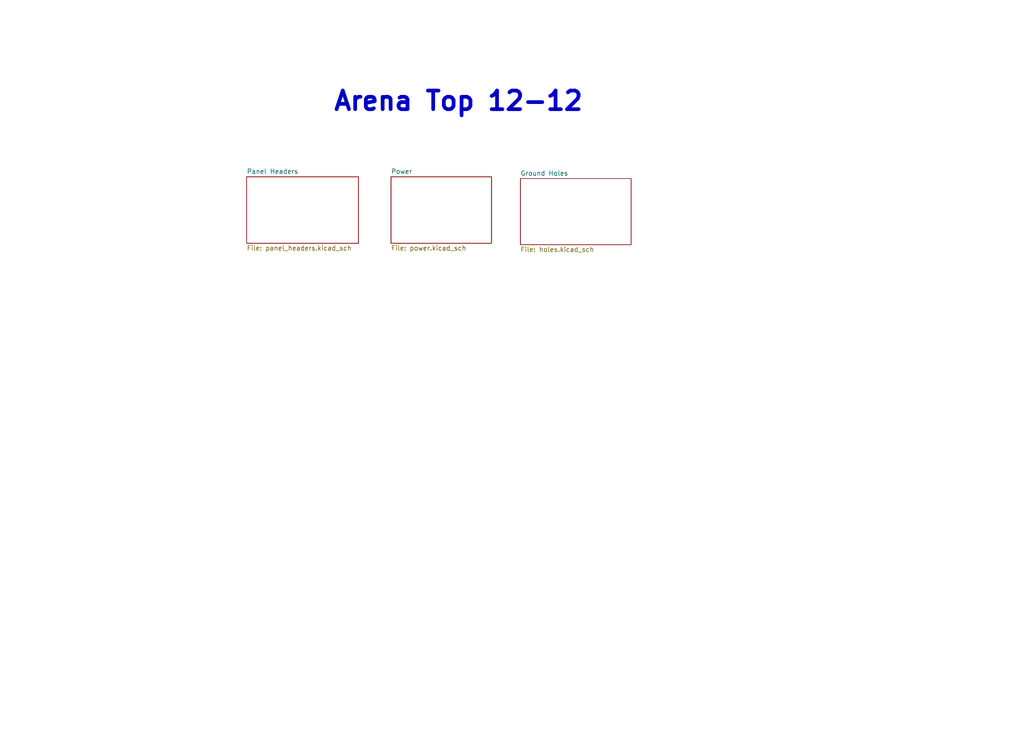
<source format=kicad_sch>
(kicad_sch
	(version 20250114)
	(generator "eeschema")
	(generator_version "9.0")
	(uuid "a2511654-3a17-43f1-8b9e-c45e375533dc")
	(paper "User" 279.4 203.2)
	(title_block
		(title "Arena 12-12 top :: Modular LED Display")
		(date "2025-07-25")
		(rev "v11.4.3")
		(company "IORodeo for Reiserlab @ Janelia")
	)
	(lib_symbols)
	(text "Arena Top 12-12"
		(exclude_from_sim no)
		(at 90.678 30.734 0)
		(effects
			(font
				(size 5.08 5.08)
				(thickness 1.016)
				(bold yes)
			)
			(justify left bottom)
		)
		(uuid "5a21ad0e-00ff-4028-aa06-98e7a7edcffd")
	)
	(sheet
		(at 106.68 48.26)
		(size 27.432 18.161)
		(exclude_from_sim no)
		(in_bom yes)
		(on_board yes)
		(dnp no)
		(fields_autoplaced yes)
		(stroke
			(width 0.1524)
			(type solid)
		)
		(fill
			(color 0 0 0 0.0000)
		)
		(uuid "17861c68-32c3-4000-8a50-4f303c28fa47")
		(property "Sheetname" "Power"
			(at 106.68 47.5484 0)
			(effects
				(font
					(size 1.27 1.27)
				)
				(justify left bottom)
			)
		)
		(property "Sheetfile" "power.kicad_sch"
			(at 106.68 67.0056 0)
			(effects
				(font
					(size 1.27 1.27)
				)
				(justify left top)
			)
		)
		(instances
			(project "arena_12-12_v11_top"
				(path "/a2511654-3a17-43f1-8b9e-c45e375533dc"
					(page "3")
				)
			)
		)
	)
	(sheet
		(at 141.986 48.768)
		(size 30.226 18.034)
		(exclude_from_sim no)
		(in_bom yes)
		(on_board yes)
		(dnp no)
		(fields_autoplaced yes)
		(stroke
			(width 0.1524)
			(type solid)
		)
		(fill
			(color 0 0 0 0.0000)
		)
		(uuid "24a22302-295f-4a79-8162-dc1243f756aa")
		(property "Sheetname" "Ground Holes"
			(at 141.986 48.0564 0)
			(effects
				(font
					(size 1.27 1.27)
				)
				(justify left bottom)
			)
		)
		(property "Sheetfile" "holes.kicad_sch"
			(at 141.986 67.3866 0)
			(effects
				(font
					(size 1.27 1.27)
				)
				(justify left top)
			)
		)
		(instances
			(project "arena_12-12_v11_top"
				(path "/a2511654-3a17-43f1-8b9e-c45e375533dc"
					(page "4")
				)
			)
		)
	)
	(sheet
		(at 67.31 48.26)
		(size 30.48 18.161)
		(exclude_from_sim no)
		(in_bom yes)
		(on_board yes)
		(dnp no)
		(fields_autoplaced yes)
		(stroke
			(width 0.1524)
			(type solid)
		)
		(fill
			(color 0 0 0 0.0000)
		)
		(uuid "ad9c294f-d898-4a63-8d96-c5c7fb69f139")
		(property "Sheetname" "Panel Headers"
			(at 67.31 47.5484 0)
			(effects
				(font
					(size 1.27 1.27)
				)
				(justify left bottom)
			)
		)
		(property "Sheetfile" "panel_headers.kicad_sch"
			(at 67.31 67.0056 0)
			(effects
				(font
					(size 1.27 1.27)
				)
				(justify left top)
			)
		)
		(instances
			(project "arena_12-12_v11_top"
				(path "/a2511654-3a17-43f1-8b9e-c45e375533dc"
					(page "2")
				)
			)
		)
	)
	(sheet_instances
		(path "/"
			(page "1")
		)
	)
	(embedded_fonts no)
)

</source>
